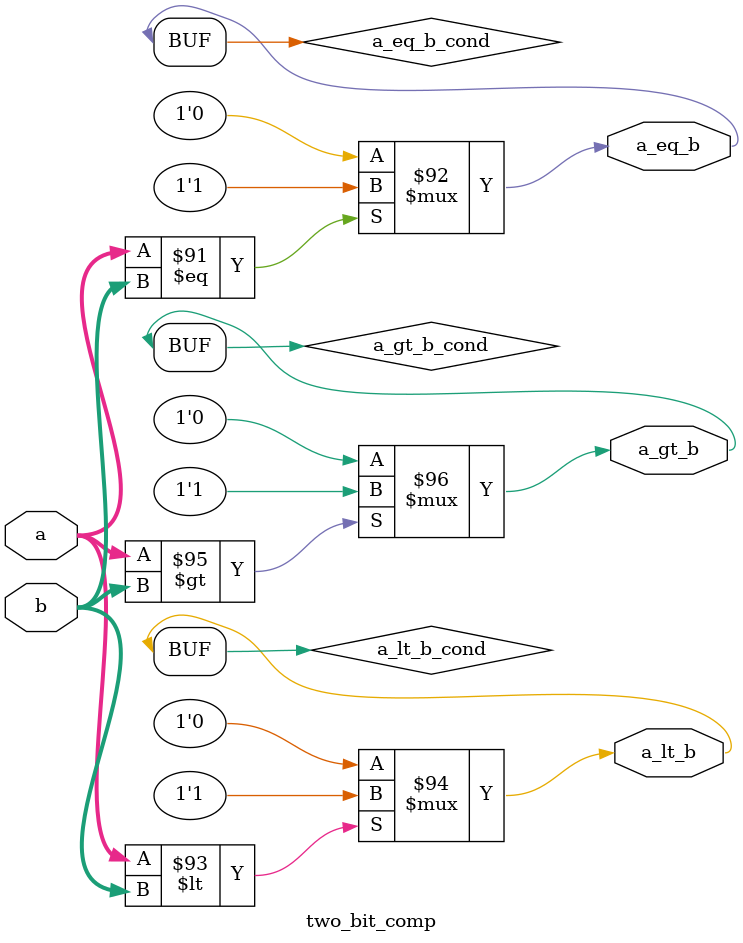
<source format=v>


//submodule:  (two_bit_comp) is a 2 bit comparator that uses 3 different implementations,
//	where only the implementation that gets routed to the top module gets synthesized

module assignment_2(
//4 bit inputs
input [3:0] a,
input [3:0] b,


//4 bit comparator outputs
output a_eq_b_out,
output a_gt_b_out,
output a_lt_b_out

);

wire a_eq_b_MSB;
wire a_lt_b_MSB;
wire a_gt_b_MSB;
wire a_eq_b_LSB;
wire a_lt_b_LSB;
wire a_gt_b_LSB;

//2 input 2 bit comparator inst. MSB
two_bit_comp tbcg0(
.a (a[3:2]),
.b (b[3:2]),
.a_eq_b (a_eq_b_MSB),
.a_lt_b (a_lt_b_MSB),
.a_gt_b (a_gt_b_MSB)

);

//2 input 2 bit comparator isnt. LSB
two_bit_comp tbcg1(
.a (a[1:0]),
.b (b[1:0]),
.a_eq_b (a_eq_b_LSB),
.a_lt_b (a_lt_b_LSB),
.a_gt_b (a_gt_b_LSB)

);

assign a_eq_b_out = a_eq_b_MSB & a_eq_b_LSB; 					//logic for the output of the 2 two_bit_comp submodules
assign a_lt_b_out = a_lt_b_MSB | (a_eq_b_MSB & a_lt_b_LSB);
assign a_gt_b_out = a_gt_b_MSB | (a_eq_b_MSB & a_gt_b_LSB);

endmodule





///2 bit comparator module using 3 different implementations
module two_bit_comp(
input [1:0] a,
input [1:0] b,
output a_eq_b,
output a_lt_b,
output a_gt_b

);

//2 bit comparator primitive gates fn
wire a_eq_b_gates;
wire a_lt_b_gates;
wire a_gt_b_gates;

wire s0, s1, s2, s3;									//a == b ciruit
and and0(s0, ~a[1], ~a[0], ~b[1], ~b[0]); 
and and1(s1, ~a[1], a[0], ~b[1], b[0]);
and and2(s2, a[1], a[0], b[1], b[0]);
and and3(s3, a[1], ~a[0], b[1], ~b[0]);
or   or0(a_eq_b_gates, s0, s1, s2, s3);

wire s4, s5, s6;								//a < b circuit 
and and4(s4, ~a[1], b[1]);
and and5(s5, ~a[1], ~a[0], b[0]);
and and6(s6, ~a[0], b[1], b[0]);
or   or1(a_lt_b_gates, s4, s5, s6);

wire s7, s8, s9;							//a > b circuit
and and7(s7, a[1], ~b[1]);
and and8(s8, a[0], ~b[1], ~b[0]);
and and9(s9, a[1], a[0], ~b[0]);
or    or2(a_gt_b_gates, s7, s8, s9);																								
 

 //2 bit comparator switching fn 
wire a_eq_b_switch;
wire a_lt_b_switch;
wire a_gt_b_switch;
 
assign a_eq_b_switch = ((~a[1]) & (~a[0]) & (~b[1]) & (~b[0])) | ((~a[1]) & a[0] & (~b[1])  & b[0]) | (a[1] & a[0] & b[1] & b[0]) | (a[1] & (~a[0]) & b[1] & (~b[0]));
assign a_lt_b_switch = ((~a[1]) & b[1]) | ((~a[1]) & (~a[0]) & b[0]) | ((~a[0]) & b[1] & b[0]);
assign a_gt_b_switch = (a[1] & (~b[1])) | (a[0] & (~b[1]) & (~b[0])) | (a[1] & a[0] & (~b[0]));
 
 
//2 bit comparator conditional fn
wire a_eq_b_cond;
wire a_lt_b_cond;
wire a_gt_b_cond;

assign a_eq_b_cond = (a == b)? 1'b1 : 1'b0;
assign a_lt_b_cond =  (a < b)? 1'b1 : 1'b0;
assign a_gt_b_cond =  (a > b)? 1'b1 : 1'b0;


//route one of the implementations to the output
assign a_eq_b = a_eq_b_cond;
assign a_lt_b = a_lt_b_cond;
assign a_gt_b = a_gt_b_cond; 
endmodule



</source>
